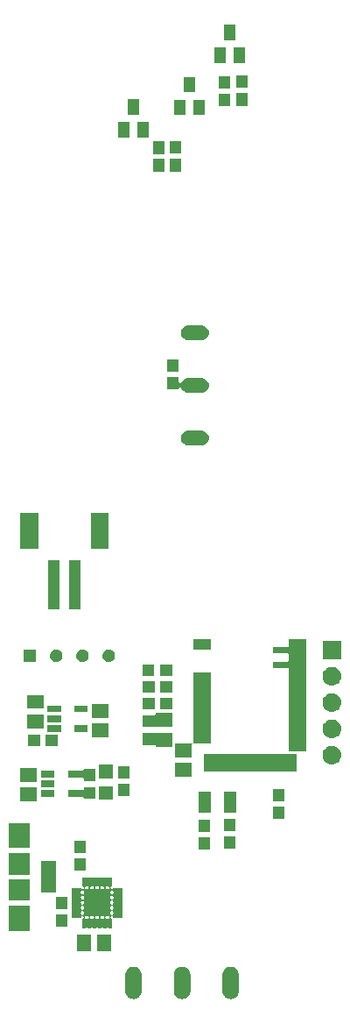
<source format=gbr>
G04 #@! TF.GenerationSoftware,KiCad,Pcbnew,(6.0.0-rc1-dev-1027-g90233e5ec)*
G04 #@! TF.CreationDate,2018-11-05T19:06:39+01:00*
G04 #@! TF.ProjectId,eBoard_remote_control,65426F6172645F72656D6F74655F636F,rev?*
G04 #@! TF.SameCoordinates,Original*
G04 #@! TF.FileFunction,Soldermask,Top*
G04 #@! TF.FilePolarity,Negative*
%FSLAX46Y46*%
G04 Gerber Fmt 4.6, Leading zero omitted, Abs format (unit mm)*
G04 Created by KiCad (PCBNEW (6.0.0-rc1-dev-1027-g90233e5ec)) date 11/05/18 19:06:39*
%MOMM*%
%LPD*%
G01*
G04 APERTURE LIST*
%ADD10C,0.100000*%
G04 APERTURE END LIST*
D10*
G36*
X199574168Y-149862245D02*
X199725874Y-149908264D01*
X199865686Y-149982996D01*
X199988233Y-150083567D01*
X200088804Y-150206114D01*
X200163536Y-150345926D01*
X200209555Y-150497632D01*
X200221200Y-150615864D01*
X200221200Y-152202936D01*
X200209555Y-152321168D01*
X200163536Y-152472874D01*
X200088804Y-152612686D01*
X199988233Y-152735233D01*
X199865685Y-152835804D01*
X199725873Y-152910536D01*
X199574167Y-152956555D01*
X199416400Y-152972094D01*
X199258632Y-152956555D01*
X199106926Y-152910536D01*
X198967114Y-152835804D01*
X198844567Y-152735233D01*
X198743996Y-152612685D01*
X198669264Y-152472873D01*
X198623245Y-152321167D01*
X198611600Y-152202935D01*
X198611601Y-150615864D01*
X198623246Y-150497632D01*
X198669265Y-150345926D01*
X198743997Y-150206114D01*
X198844568Y-150083567D01*
X198967115Y-149982996D01*
X199106927Y-149908264D01*
X199258633Y-149862245D01*
X199416400Y-149846706D01*
X199574168Y-149862245D01*
X199574168Y-149862245D01*
G37*
G36*
X194874168Y-149862245D02*
X195025874Y-149908264D01*
X195165686Y-149982996D01*
X195288233Y-150083567D01*
X195388804Y-150206114D01*
X195463536Y-150345926D01*
X195509555Y-150497632D01*
X195521200Y-150615864D01*
X195521200Y-152202936D01*
X195509555Y-152321168D01*
X195463536Y-152472874D01*
X195388804Y-152612686D01*
X195288233Y-152735233D01*
X195165685Y-152835804D01*
X195025873Y-152910536D01*
X194874167Y-152956555D01*
X194716400Y-152972094D01*
X194558632Y-152956555D01*
X194406926Y-152910536D01*
X194267114Y-152835804D01*
X194144567Y-152735233D01*
X194043996Y-152612685D01*
X193969264Y-152472873D01*
X193923245Y-152321167D01*
X193911600Y-152202935D01*
X193911601Y-150615864D01*
X193923246Y-150497632D01*
X193969265Y-150345926D01*
X194043997Y-150206114D01*
X194144568Y-150083567D01*
X194267115Y-149982996D01*
X194406927Y-149908264D01*
X194558633Y-149862245D01*
X194716400Y-149846706D01*
X194874168Y-149862245D01*
X194874168Y-149862245D01*
G37*
G36*
X190174168Y-149862245D02*
X190325874Y-149908264D01*
X190465686Y-149982996D01*
X190588233Y-150083567D01*
X190688804Y-150206114D01*
X190763536Y-150345926D01*
X190809555Y-150497632D01*
X190821200Y-150615864D01*
X190821200Y-152202936D01*
X190809555Y-152321168D01*
X190763536Y-152472874D01*
X190688804Y-152612686D01*
X190588233Y-152735233D01*
X190465685Y-152835804D01*
X190325873Y-152910536D01*
X190174167Y-152956555D01*
X190016400Y-152972094D01*
X189858632Y-152956555D01*
X189706926Y-152910536D01*
X189567114Y-152835804D01*
X189444567Y-152735233D01*
X189343996Y-152612685D01*
X189269264Y-152472873D01*
X189223245Y-152321167D01*
X189211600Y-152202935D01*
X189211601Y-150615864D01*
X189223246Y-150497632D01*
X189269265Y-150345926D01*
X189343997Y-150206114D01*
X189444568Y-150083567D01*
X189567115Y-149982996D01*
X189706927Y-149908264D01*
X189858633Y-149862245D01*
X190016400Y-149846706D01*
X190174168Y-149862245D01*
X190174168Y-149862245D01*
G37*
G36*
X185919663Y-148349618D02*
X184578063Y-148349618D01*
X184578063Y-146748018D01*
X185919663Y-146748018D01*
X185919663Y-148349618D01*
X185919663Y-148349618D01*
G37*
G36*
X187819663Y-148349618D02*
X186478063Y-148349618D01*
X186478063Y-146748018D01*
X187819663Y-146748018D01*
X187819663Y-148349618D01*
X187819663Y-148349618D01*
G37*
G36*
X179960663Y-146368818D02*
X177959063Y-146368818D01*
X177959063Y-143967218D01*
X179960663Y-143967218D01*
X179960663Y-146368818D01*
X179960663Y-146368818D01*
G37*
G36*
X185417864Y-141213043D02*
X185423920Y-141214880D01*
X185435369Y-141221000D01*
X185444730Y-141227256D01*
X185467369Y-141236635D01*
X185491402Y-141241417D01*
X185515906Y-141241419D01*
X185539940Y-141236640D01*
X185562580Y-141227264D01*
X185571947Y-141221006D01*
X185583406Y-141214880D01*
X185589462Y-141213043D01*
X185601903Y-141211818D01*
X185905423Y-141211818D01*
X185917864Y-141213043D01*
X185923920Y-141214880D01*
X185935369Y-141221000D01*
X185944730Y-141227256D01*
X185967369Y-141236635D01*
X185991402Y-141241417D01*
X186015906Y-141241419D01*
X186039940Y-141236640D01*
X186062580Y-141227264D01*
X186071947Y-141221006D01*
X186083406Y-141214880D01*
X186089462Y-141213043D01*
X186101903Y-141211818D01*
X186405423Y-141211818D01*
X186417864Y-141213043D01*
X186423920Y-141214880D01*
X186435369Y-141221000D01*
X186444730Y-141227256D01*
X186467369Y-141236635D01*
X186491402Y-141241417D01*
X186515906Y-141241419D01*
X186539940Y-141236640D01*
X186562580Y-141227264D01*
X186571947Y-141221006D01*
X186583406Y-141214880D01*
X186589462Y-141213043D01*
X186601903Y-141211818D01*
X186905423Y-141211818D01*
X186917864Y-141213043D01*
X186923920Y-141214880D01*
X186935369Y-141221000D01*
X186944730Y-141227256D01*
X186967369Y-141236635D01*
X186991402Y-141241417D01*
X187015906Y-141241419D01*
X187039940Y-141236640D01*
X187062580Y-141227264D01*
X187071947Y-141221006D01*
X187083406Y-141214880D01*
X187089462Y-141213043D01*
X187101903Y-141211818D01*
X187405423Y-141211818D01*
X187417864Y-141213043D01*
X187423920Y-141214880D01*
X187435369Y-141221000D01*
X187444730Y-141227256D01*
X187467369Y-141236635D01*
X187491402Y-141241417D01*
X187515906Y-141241419D01*
X187539940Y-141236640D01*
X187562580Y-141227264D01*
X187571947Y-141221006D01*
X187583406Y-141214880D01*
X187589462Y-141213043D01*
X187601903Y-141211818D01*
X187905423Y-141211818D01*
X187917864Y-141213043D01*
X187923920Y-141214880D01*
X187929506Y-141217866D01*
X187934399Y-141221882D01*
X187938415Y-141226775D01*
X187941401Y-141232361D01*
X187943238Y-141238417D01*
X187944463Y-141250858D01*
X187944463Y-142074377D01*
X187943284Y-142086346D01*
X187943284Y-142110850D01*
X187943629Y-142112582D01*
X187941908Y-142112240D01*
X187917380Y-142112240D01*
X187915544Y-142112421D01*
X187891511Y-142117204D01*
X187868873Y-142126583D01*
X187848500Y-142140199D01*
X187831174Y-142157528D01*
X187817562Y-142177904D01*
X187808187Y-142200543D01*
X187803409Y-142224577D01*
X187803411Y-142249082D01*
X187808194Y-142273115D01*
X187817573Y-142295753D01*
X187824830Y-142306612D01*
X187825529Y-142307919D01*
X187826471Y-142309067D01*
X187831189Y-142316126D01*
X187837184Y-142322120D01*
X187841075Y-142326861D01*
X187845825Y-142330759D01*
X187848518Y-142333452D01*
X187851678Y-142335563D01*
X187860017Y-142342407D01*
X187881628Y-142353958D01*
X187905077Y-142361071D01*
X187929463Y-142363473D01*
X187953849Y-142361071D01*
X187977298Y-142353958D01*
X187998909Y-142342407D01*
X188017851Y-142326861D01*
X188033397Y-142307919D01*
X188044948Y-142286308D01*
X188053860Y-142250737D01*
X188054041Y-142248901D01*
X188054043Y-142224396D01*
X188053696Y-142222652D01*
X188055429Y-142222997D01*
X188079935Y-142222997D01*
X188091904Y-142221818D01*
X188915423Y-142221818D01*
X188927864Y-142223043D01*
X188933920Y-142224880D01*
X188939506Y-142227866D01*
X188944399Y-142231882D01*
X188948415Y-142236775D01*
X188951401Y-142242361D01*
X188953238Y-142248417D01*
X188954463Y-142260858D01*
X188954463Y-142564378D01*
X188953238Y-142576819D01*
X188951401Y-142582875D01*
X188945281Y-142594324D01*
X188939025Y-142603685D01*
X188929646Y-142626324D01*
X188924864Y-142650357D01*
X188924862Y-142674861D01*
X188929641Y-142698895D01*
X188939017Y-142721535D01*
X188945275Y-142730902D01*
X188951401Y-142742361D01*
X188953238Y-142748417D01*
X188954463Y-142760858D01*
X188954463Y-143064378D01*
X188953238Y-143076819D01*
X188951401Y-143082875D01*
X188945281Y-143094324D01*
X188939025Y-143103685D01*
X188929646Y-143126324D01*
X188924864Y-143150357D01*
X188924862Y-143174861D01*
X188929641Y-143198895D01*
X188939017Y-143221535D01*
X188945275Y-143230902D01*
X188951401Y-143242361D01*
X188953238Y-143248417D01*
X188954463Y-143260858D01*
X188954463Y-143564378D01*
X188953238Y-143576819D01*
X188951401Y-143582875D01*
X188945281Y-143594324D01*
X188939025Y-143603685D01*
X188929646Y-143626324D01*
X188924864Y-143650357D01*
X188924862Y-143674861D01*
X188929641Y-143698895D01*
X188939017Y-143721535D01*
X188945275Y-143730902D01*
X188951401Y-143742361D01*
X188953238Y-143748417D01*
X188954463Y-143760858D01*
X188954463Y-144064378D01*
X188953238Y-144076819D01*
X188951401Y-144082875D01*
X188945281Y-144094324D01*
X188939025Y-144103685D01*
X188929646Y-144126324D01*
X188924864Y-144150357D01*
X188924862Y-144174861D01*
X188929641Y-144198895D01*
X188939017Y-144221535D01*
X188945275Y-144230902D01*
X188951401Y-144242361D01*
X188953238Y-144248417D01*
X188954463Y-144260858D01*
X188954463Y-144564378D01*
X188953238Y-144576819D01*
X188951401Y-144582875D01*
X188945281Y-144594324D01*
X188939025Y-144603685D01*
X188929646Y-144626324D01*
X188924864Y-144650357D01*
X188924862Y-144674861D01*
X188929641Y-144698895D01*
X188939017Y-144721535D01*
X188945275Y-144730902D01*
X188951401Y-144742361D01*
X188953238Y-144748417D01*
X188954463Y-144760858D01*
X188954463Y-145064378D01*
X188953238Y-145076819D01*
X188951401Y-145082875D01*
X188948415Y-145088461D01*
X188944399Y-145093354D01*
X188939506Y-145097370D01*
X188933920Y-145100356D01*
X188927864Y-145102193D01*
X188915423Y-145103418D01*
X188091904Y-145103418D01*
X188079935Y-145102239D01*
X188055431Y-145102239D01*
X188053699Y-145102584D01*
X188054041Y-145100863D01*
X188054041Y-145076335D01*
X188053860Y-145074499D01*
X188049077Y-145050466D01*
X188039698Y-145027828D01*
X188026082Y-145007455D01*
X188008753Y-144990129D01*
X187988377Y-144976517D01*
X187965738Y-144967142D01*
X187941704Y-144962364D01*
X187917199Y-144962366D01*
X187893166Y-144967149D01*
X187870528Y-144976528D01*
X187859669Y-144983785D01*
X187858362Y-144984484D01*
X187857214Y-144985426D01*
X187850155Y-144990144D01*
X187844161Y-144996139D01*
X187839420Y-145000030D01*
X187835522Y-145004780D01*
X187832829Y-145007473D01*
X187830718Y-145010633D01*
X187823874Y-145018972D01*
X187812323Y-145040583D01*
X187805210Y-145064032D01*
X187802808Y-145088418D01*
X187805210Y-145112804D01*
X187812323Y-145136253D01*
X187823874Y-145157864D01*
X187839420Y-145176806D01*
X187858362Y-145192352D01*
X187879973Y-145203903D01*
X187915544Y-145212815D01*
X187917380Y-145212996D01*
X187941885Y-145212998D01*
X187943629Y-145212651D01*
X187943284Y-145214384D01*
X187943284Y-145238890D01*
X187944463Y-145250859D01*
X187944463Y-146074378D01*
X187943238Y-146086819D01*
X187941401Y-146092875D01*
X187938415Y-146098461D01*
X187934399Y-146103354D01*
X187929506Y-146107370D01*
X187923920Y-146110356D01*
X187917864Y-146112193D01*
X187905423Y-146113418D01*
X187601903Y-146113418D01*
X187589462Y-146112193D01*
X187583406Y-146110356D01*
X187571957Y-146104236D01*
X187562596Y-146097980D01*
X187539957Y-146088601D01*
X187515924Y-146083819D01*
X187491420Y-146083817D01*
X187467386Y-146088596D01*
X187444746Y-146097972D01*
X187435379Y-146104230D01*
X187423920Y-146110356D01*
X187417864Y-146112193D01*
X187405423Y-146113418D01*
X187101903Y-146113418D01*
X187089462Y-146112193D01*
X187083406Y-146110356D01*
X187071957Y-146104236D01*
X187062596Y-146097980D01*
X187039957Y-146088601D01*
X187015924Y-146083819D01*
X186991420Y-146083817D01*
X186967386Y-146088596D01*
X186944746Y-146097972D01*
X186935379Y-146104230D01*
X186923920Y-146110356D01*
X186917864Y-146112193D01*
X186905423Y-146113418D01*
X186601903Y-146113418D01*
X186589462Y-146112193D01*
X186583406Y-146110356D01*
X186571957Y-146104236D01*
X186562596Y-146097980D01*
X186539957Y-146088601D01*
X186515924Y-146083819D01*
X186491420Y-146083817D01*
X186467386Y-146088596D01*
X186444746Y-146097972D01*
X186435379Y-146104230D01*
X186423920Y-146110356D01*
X186417864Y-146112193D01*
X186405423Y-146113418D01*
X186101903Y-146113418D01*
X186089462Y-146112193D01*
X186083406Y-146110356D01*
X186071957Y-146104236D01*
X186062596Y-146097980D01*
X186039957Y-146088601D01*
X186015924Y-146083819D01*
X185991420Y-146083817D01*
X185967386Y-146088596D01*
X185944746Y-146097972D01*
X185935379Y-146104230D01*
X185923920Y-146110356D01*
X185917864Y-146112193D01*
X185905423Y-146113418D01*
X185601903Y-146113418D01*
X185589462Y-146112193D01*
X185583406Y-146110356D01*
X185571957Y-146104236D01*
X185562596Y-146097980D01*
X185539957Y-146088601D01*
X185515924Y-146083819D01*
X185491420Y-146083817D01*
X185467386Y-146088596D01*
X185444746Y-146097972D01*
X185435379Y-146104230D01*
X185423920Y-146110356D01*
X185417864Y-146112193D01*
X185405423Y-146113418D01*
X185101903Y-146113418D01*
X185089462Y-146112193D01*
X185083406Y-146110356D01*
X185077820Y-146107370D01*
X185072927Y-146103354D01*
X185068911Y-146098461D01*
X185065925Y-146092875D01*
X185064088Y-146086819D01*
X185062863Y-146074378D01*
X185062863Y-145250859D01*
X185064042Y-145238890D01*
X185064042Y-145214386D01*
X185063697Y-145212654D01*
X185065418Y-145212996D01*
X185089946Y-145212996D01*
X185091782Y-145212815D01*
X185115815Y-145208032D01*
X185138453Y-145198653D01*
X185158826Y-145185037D01*
X185176152Y-145167708D01*
X185189764Y-145147332D01*
X185199139Y-145124693D01*
X185203917Y-145100659D01*
X185203917Y-145088418D01*
X185302808Y-145088418D01*
X185305210Y-145112804D01*
X185312323Y-145136253D01*
X185323874Y-145157864D01*
X185339420Y-145176806D01*
X185358362Y-145192352D01*
X185379973Y-145203903D01*
X185403422Y-145211016D01*
X185415556Y-145212816D01*
X185417864Y-145213043D01*
X185423920Y-145214880D01*
X185435369Y-145221000D01*
X185444730Y-145227256D01*
X185467369Y-145236635D01*
X185491402Y-145241417D01*
X185515906Y-145241419D01*
X185539940Y-145236640D01*
X185562580Y-145227264D01*
X185571947Y-145221006D01*
X185583406Y-145214880D01*
X185589462Y-145213043D01*
X185591770Y-145212816D01*
X185615803Y-145208036D01*
X185638442Y-145198658D01*
X185658817Y-145185044D01*
X185676144Y-145167717D01*
X185689758Y-145147343D01*
X185699135Y-145124704D01*
X185703916Y-145100670D01*
X185703916Y-145088418D01*
X185802808Y-145088418D01*
X185805210Y-145112804D01*
X185812323Y-145136253D01*
X185823874Y-145157864D01*
X185839420Y-145176806D01*
X185858362Y-145192352D01*
X185879973Y-145203903D01*
X185903422Y-145211016D01*
X185915556Y-145212816D01*
X185917864Y-145213043D01*
X185923920Y-145214880D01*
X185935369Y-145221000D01*
X185944730Y-145227256D01*
X185967369Y-145236635D01*
X185991402Y-145241417D01*
X186015906Y-145241419D01*
X186039940Y-145236640D01*
X186062580Y-145227264D01*
X186071947Y-145221006D01*
X186083406Y-145214880D01*
X186089462Y-145213043D01*
X186091770Y-145212816D01*
X186115803Y-145208036D01*
X186138442Y-145198658D01*
X186158817Y-145185044D01*
X186176144Y-145167717D01*
X186189758Y-145147343D01*
X186199135Y-145124704D01*
X186203916Y-145100670D01*
X186203916Y-145088418D01*
X186302808Y-145088418D01*
X186305210Y-145112804D01*
X186312323Y-145136253D01*
X186323874Y-145157864D01*
X186339420Y-145176806D01*
X186358362Y-145192352D01*
X186379973Y-145203903D01*
X186403422Y-145211016D01*
X186415556Y-145212816D01*
X186417864Y-145213043D01*
X186423920Y-145214880D01*
X186435369Y-145221000D01*
X186444730Y-145227256D01*
X186467369Y-145236635D01*
X186491402Y-145241417D01*
X186515906Y-145241419D01*
X186539940Y-145236640D01*
X186562580Y-145227264D01*
X186571947Y-145221006D01*
X186583406Y-145214880D01*
X186589462Y-145213043D01*
X186591770Y-145212816D01*
X186615803Y-145208036D01*
X186638442Y-145198658D01*
X186658817Y-145185044D01*
X186676144Y-145167717D01*
X186689758Y-145147343D01*
X186699135Y-145124704D01*
X186703916Y-145100670D01*
X186703916Y-145088418D01*
X186802808Y-145088418D01*
X186805210Y-145112804D01*
X186812323Y-145136253D01*
X186823874Y-145157864D01*
X186839420Y-145176806D01*
X186858362Y-145192352D01*
X186879973Y-145203903D01*
X186903422Y-145211016D01*
X186915556Y-145212816D01*
X186917864Y-145213043D01*
X186923920Y-145214880D01*
X186935369Y-145221000D01*
X186944730Y-145227256D01*
X186967369Y-145236635D01*
X186991402Y-145241417D01*
X187015906Y-145241419D01*
X187039940Y-145236640D01*
X187062580Y-145227264D01*
X187071947Y-145221006D01*
X187083406Y-145214880D01*
X187089462Y-145213043D01*
X187091770Y-145212816D01*
X187115803Y-145208036D01*
X187138442Y-145198658D01*
X187158817Y-145185044D01*
X187176144Y-145167717D01*
X187189758Y-145147343D01*
X187199135Y-145124704D01*
X187203916Y-145100670D01*
X187203916Y-145088418D01*
X187302808Y-145088418D01*
X187305210Y-145112804D01*
X187312323Y-145136253D01*
X187323874Y-145157864D01*
X187339420Y-145176806D01*
X187358362Y-145192352D01*
X187379973Y-145203903D01*
X187403422Y-145211016D01*
X187415556Y-145212816D01*
X187417864Y-145213043D01*
X187423920Y-145214880D01*
X187435369Y-145221000D01*
X187444730Y-145227256D01*
X187467369Y-145236635D01*
X187491402Y-145241417D01*
X187515906Y-145241419D01*
X187539940Y-145236640D01*
X187562580Y-145227264D01*
X187571947Y-145221006D01*
X187583406Y-145214880D01*
X187589462Y-145213043D01*
X187591770Y-145212816D01*
X187615803Y-145208036D01*
X187638442Y-145198658D01*
X187658817Y-145185044D01*
X187676144Y-145167717D01*
X187689758Y-145147343D01*
X187699135Y-145124704D01*
X187703916Y-145100670D01*
X187703916Y-145076166D01*
X187699136Y-145052133D01*
X187689758Y-145029494D01*
X187676144Y-145009119D01*
X187658817Y-144991792D01*
X187638443Y-144978178D01*
X187615804Y-144968801D01*
X187591770Y-144964020D01*
X187579518Y-144963418D01*
X187427808Y-144963418D01*
X187403422Y-144965820D01*
X187379973Y-144972933D01*
X187358362Y-144984484D01*
X187339420Y-145000030D01*
X187323874Y-145018972D01*
X187312323Y-145040583D01*
X187305210Y-145064032D01*
X187302808Y-145088418D01*
X187203916Y-145088418D01*
X187203916Y-145076166D01*
X187199136Y-145052133D01*
X187189758Y-145029494D01*
X187176144Y-145009119D01*
X187158817Y-144991792D01*
X187138443Y-144978178D01*
X187115804Y-144968801D01*
X187091770Y-144964020D01*
X187079518Y-144963418D01*
X186927808Y-144963418D01*
X186903422Y-144965820D01*
X186879973Y-144972933D01*
X186858362Y-144984484D01*
X186839420Y-145000030D01*
X186823874Y-145018972D01*
X186812323Y-145040583D01*
X186805210Y-145064032D01*
X186802808Y-145088418D01*
X186703916Y-145088418D01*
X186703916Y-145076166D01*
X186699136Y-145052133D01*
X186689758Y-145029494D01*
X186676144Y-145009119D01*
X186658817Y-144991792D01*
X186638443Y-144978178D01*
X186615804Y-144968801D01*
X186591770Y-144964020D01*
X186579518Y-144963418D01*
X186427808Y-144963418D01*
X186403422Y-144965820D01*
X186379973Y-144972933D01*
X186358362Y-144984484D01*
X186339420Y-145000030D01*
X186323874Y-145018972D01*
X186312323Y-145040583D01*
X186305210Y-145064032D01*
X186302808Y-145088418D01*
X186203916Y-145088418D01*
X186203916Y-145076166D01*
X186199136Y-145052133D01*
X186189758Y-145029494D01*
X186176144Y-145009119D01*
X186158817Y-144991792D01*
X186138443Y-144978178D01*
X186115804Y-144968801D01*
X186091770Y-144964020D01*
X186079518Y-144963418D01*
X185927808Y-144963418D01*
X185903422Y-144965820D01*
X185879973Y-144972933D01*
X185858362Y-144984484D01*
X185839420Y-145000030D01*
X185823874Y-145018972D01*
X185812323Y-145040583D01*
X185805210Y-145064032D01*
X185802808Y-145088418D01*
X185703916Y-145088418D01*
X185703916Y-145076166D01*
X185699136Y-145052133D01*
X185689758Y-145029494D01*
X185676144Y-145009119D01*
X185658817Y-144991792D01*
X185638443Y-144978178D01*
X185615804Y-144968801D01*
X185591770Y-144964020D01*
X185579518Y-144963418D01*
X185427808Y-144963418D01*
X185403422Y-144965820D01*
X185379973Y-144972933D01*
X185358362Y-144984484D01*
X185339420Y-145000030D01*
X185323874Y-145018972D01*
X185312323Y-145040583D01*
X185305210Y-145064032D01*
X185302808Y-145088418D01*
X185203917Y-145088418D01*
X185203915Y-145076154D01*
X185199132Y-145052121D01*
X185189753Y-145029483D01*
X185182496Y-145018624D01*
X185181797Y-145017317D01*
X185180855Y-145016169D01*
X185176137Y-145009110D01*
X185170142Y-145003116D01*
X185166251Y-144998375D01*
X185161501Y-144994477D01*
X185158808Y-144991784D01*
X185155648Y-144989673D01*
X185147309Y-144982829D01*
X185125698Y-144971278D01*
X185102249Y-144964165D01*
X185077863Y-144961763D01*
X185053477Y-144964165D01*
X185030028Y-144971278D01*
X185008417Y-144982829D01*
X184989475Y-144998375D01*
X184973929Y-145017317D01*
X184962378Y-145038928D01*
X184953466Y-145074499D01*
X184953285Y-145076335D01*
X184953283Y-145100840D01*
X184953630Y-145102584D01*
X184951897Y-145102239D01*
X184927391Y-145102239D01*
X184915422Y-145103418D01*
X184091903Y-145103418D01*
X184079462Y-145102193D01*
X184073406Y-145100356D01*
X184067820Y-145097370D01*
X184062927Y-145093354D01*
X184058911Y-145088461D01*
X184055925Y-145082875D01*
X184054088Y-145076819D01*
X184052863Y-145064378D01*
X184052863Y-144760858D01*
X184054088Y-144748417D01*
X184055925Y-144742361D01*
X184062045Y-144730912D01*
X184068301Y-144721551D01*
X184077680Y-144698912D01*
X184082462Y-144674879D01*
X184082462Y-144674861D01*
X184924862Y-144674861D01*
X184929641Y-144698895D01*
X184939017Y-144721535D01*
X184945275Y-144730902D01*
X184951401Y-144742361D01*
X184953238Y-144748417D01*
X184953465Y-144750725D01*
X184958245Y-144774758D01*
X184967623Y-144797397D01*
X184981237Y-144817772D01*
X184998564Y-144835099D01*
X185018938Y-144848713D01*
X185041577Y-144858090D01*
X185065611Y-144862871D01*
X185090115Y-144862871D01*
X185114148Y-144858091D01*
X185136787Y-144848713D01*
X185157162Y-144835099D01*
X185174489Y-144817772D01*
X185188103Y-144797398D01*
X185197480Y-144774759D01*
X185202261Y-144750725D01*
X185202863Y-144738473D01*
X185202863Y-144586763D01*
X187804463Y-144586763D01*
X187804463Y-144738473D01*
X187806865Y-144762859D01*
X187813978Y-144786308D01*
X187825529Y-144807919D01*
X187841075Y-144826861D01*
X187860017Y-144842407D01*
X187881628Y-144853958D01*
X187905077Y-144861071D01*
X187929463Y-144863473D01*
X187953849Y-144861071D01*
X187977298Y-144853958D01*
X187998909Y-144842407D01*
X188017851Y-144826861D01*
X188033397Y-144807919D01*
X188044948Y-144786308D01*
X188052061Y-144762859D01*
X188053861Y-144750725D01*
X188054088Y-144748417D01*
X188055925Y-144742361D01*
X188062045Y-144730912D01*
X188068301Y-144721551D01*
X188077680Y-144698912D01*
X188082462Y-144674879D01*
X188082464Y-144650375D01*
X188077685Y-144626341D01*
X188068309Y-144603701D01*
X188062051Y-144594334D01*
X188055925Y-144582875D01*
X188054088Y-144576819D01*
X188053861Y-144574511D01*
X188049081Y-144550478D01*
X188039703Y-144527839D01*
X188026089Y-144507464D01*
X188008762Y-144490137D01*
X187988388Y-144476523D01*
X187965749Y-144467146D01*
X187941715Y-144462365D01*
X187917211Y-144462365D01*
X187893178Y-144467145D01*
X187870539Y-144476523D01*
X187850164Y-144490137D01*
X187832837Y-144507464D01*
X187819223Y-144527838D01*
X187809846Y-144550477D01*
X187805065Y-144574511D01*
X187804463Y-144586763D01*
X185202863Y-144586763D01*
X185200461Y-144562377D01*
X185193348Y-144538928D01*
X185181797Y-144517317D01*
X185166251Y-144498375D01*
X185147309Y-144482829D01*
X185125698Y-144471278D01*
X185102249Y-144464165D01*
X185077863Y-144461763D01*
X185053477Y-144464165D01*
X185030028Y-144471278D01*
X185008417Y-144482829D01*
X184989475Y-144498375D01*
X184973929Y-144517317D01*
X184962378Y-144538928D01*
X184955265Y-144562377D01*
X184953465Y-144574511D01*
X184953238Y-144576819D01*
X184951401Y-144582875D01*
X184945281Y-144594324D01*
X184939025Y-144603685D01*
X184929646Y-144626324D01*
X184924864Y-144650357D01*
X184924862Y-144674861D01*
X184082462Y-144674861D01*
X184082464Y-144650375D01*
X184077685Y-144626341D01*
X184068309Y-144603701D01*
X184062051Y-144594334D01*
X184055925Y-144582875D01*
X184054088Y-144576819D01*
X184052863Y-144564378D01*
X184052863Y-144260858D01*
X184054088Y-144248417D01*
X184055925Y-144242361D01*
X184062045Y-144230912D01*
X184068301Y-144221551D01*
X184077680Y-144198912D01*
X184082462Y-144174879D01*
X184082462Y-144174861D01*
X184924862Y-144174861D01*
X184929641Y-144198895D01*
X184939017Y-144221535D01*
X184945275Y-144230902D01*
X184951401Y-144242361D01*
X184953238Y-144248417D01*
X184953465Y-144250725D01*
X184958245Y-144274758D01*
X184967623Y-144297397D01*
X184981237Y-144317772D01*
X184998564Y-144335099D01*
X185018938Y-144348713D01*
X185041577Y-144358090D01*
X185065611Y-144362871D01*
X185090115Y-144362871D01*
X185114148Y-144358091D01*
X185136787Y-144348713D01*
X185157162Y-144335099D01*
X185174489Y-144317772D01*
X185188103Y-144297398D01*
X185197480Y-144274759D01*
X185202261Y-144250725D01*
X185202863Y-144238473D01*
X185202863Y-144086763D01*
X187804463Y-144086763D01*
X187804463Y-144238473D01*
X187806865Y-144262859D01*
X187813978Y-144286308D01*
X187825529Y-144307919D01*
X187841075Y-144326861D01*
X187860017Y-144342407D01*
X187881628Y-144353958D01*
X187905077Y-144361071D01*
X187929463Y-144363473D01*
X187953849Y-144361071D01*
X187977298Y-144353958D01*
X187998909Y-144342407D01*
X188017851Y-144326861D01*
X188033397Y-144307919D01*
X188044948Y-144286308D01*
X188052061Y-144262859D01*
X188053861Y-144250725D01*
X188054088Y-144248417D01*
X188055925Y-144242361D01*
X188062045Y-144230912D01*
X188068301Y-144221551D01*
X188077680Y-144198912D01*
X188082462Y-144174879D01*
X188082464Y-144150375D01*
X188077685Y-144126341D01*
X188068309Y-144103701D01*
X188062051Y-144094334D01*
X188055925Y-144082875D01*
X188054088Y-144076819D01*
X188053861Y-144074511D01*
X188049081Y-144050478D01*
X188039703Y-144027839D01*
X188026089Y-144007464D01*
X188008762Y-143990137D01*
X187988388Y-143976523D01*
X187965749Y-143967146D01*
X187941715Y-143962365D01*
X187917211Y-143962365D01*
X187893178Y-143967145D01*
X187870539Y-143976523D01*
X187850164Y-143990137D01*
X187832837Y-144007464D01*
X187819223Y-144027838D01*
X187809846Y-144050477D01*
X187805065Y-144074511D01*
X187804463Y-144086763D01*
X185202863Y-144086763D01*
X185200461Y-144062377D01*
X185193348Y-144038928D01*
X185181797Y-144017317D01*
X185166251Y-143998375D01*
X185147309Y-143982829D01*
X185125698Y-143971278D01*
X185102249Y-143964165D01*
X185077863Y-143961763D01*
X185053477Y-143964165D01*
X185030028Y-143971278D01*
X185008417Y-143982829D01*
X184989475Y-143998375D01*
X184973929Y-144017317D01*
X184962378Y-144038928D01*
X184955265Y-144062377D01*
X184953465Y-144074511D01*
X184953238Y-144076819D01*
X184951401Y-144082875D01*
X184945281Y-144094324D01*
X184939025Y-144103685D01*
X184929646Y-144126324D01*
X184924864Y-144150357D01*
X184924862Y-144174861D01*
X184082462Y-144174861D01*
X184082464Y-144150375D01*
X184077685Y-144126341D01*
X184068309Y-144103701D01*
X184062051Y-144094334D01*
X184055925Y-144082875D01*
X184054088Y-144076819D01*
X184052863Y-144064378D01*
X184052863Y-143760858D01*
X184054088Y-143748417D01*
X184055925Y-143742361D01*
X184062045Y-143730912D01*
X184068301Y-143721551D01*
X184077680Y-143698912D01*
X184082462Y-143674879D01*
X184082462Y-143674861D01*
X184924862Y-143674861D01*
X184929641Y-143698895D01*
X184939017Y-143721535D01*
X184945275Y-143730902D01*
X184951401Y-143742361D01*
X184953238Y-143748417D01*
X184953465Y-143750725D01*
X184958245Y-143774758D01*
X184967623Y-143797397D01*
X184981237Y-143817772D01*
X184998564Y-143835099D01*
X185018938Y-143848713D01*
X185041577Y-143858090D01*
X185065611Y-143862871D01*
X185090115Y-143862871D01*
X185114148Y-143858091D01*
X185136787Y-143848713D01*
X185157162Y-143835099D01*
X185174489Y-143817772D01*
X185188103Y-143797398D01*
X185197480Y-143774759D01*
X185202261Y-143750725D01*
X185202863Y-143738473D01*
X185202863Y-143586763D01*
X187804463Y-143586763D01*
X187804463Y-143738473D01*
X187806865Y-143762859D01*
X187813978Y-143786308D01*
X187825529Y-143807919D01*
X187841075Y-143826861D01*
X187860017Y-143842407D01*
X187881628Y-143853958D01*
X187905077Y-143861071D01*
X187929463Y-143863473D01*
X187953849Y-143861071D01*
X187977298Y-143853958D01*
X187998909Y-143842407D01*
X188017851Y-143826861D01*
X188033397Y-143807919D01*
X188044948Y-143786308D01*
X188052061Y-143762859D01*
X188053861Y-143750725D01*
X188054088Y-143748417D01*
X188055925Y-143742361D01*
X188062045Y-143730912D01*
X188068301Y-143721551D01*
X188077680Y-143698912D01*
X188082462Y-143674879D01*
X188082464Y-143650375D01*
X188077685Y-143626341D01*
X188068309Y-143603701D01*
X188062051Y-143594334D01*
X188055925Y-143582875D01*
X188054088Y-143576819D01*
X188053861Y-143574511D01*
X188049081Y-143550478D01*
X188039703Y-143527839D01*
X188026089Y-143507464D01*
X188008762Y-143490137D01*
X187988388Y-143476523D01*
X187965749Y-143467146D01*
X187941715Y-143462365D01*
X187917211Y-143462365D01*
X187893178Y-143467145D01*
X187870539Y-143476523D01*
X187850164Y-143490137D01*
X187832837Y-143507464D01*
X187819223Y-143527838D01*
X187809846Y-143550477D01*
X187805065Y-143574511D01*
X187804463Y-143586763D01*
X185202863Y-143586763D01*
X185200461Y-143562377D01*
X185193348Y-143538928D01*
X185181797Y-143517317D01*
X185166251Y-143498375D01*
X185147309Y-143482829D01*
X185125698Y-143471278D01*
X185102249Y-143464165D01*
X185077863Y-143461763D01*
X185053477Y-143464165D01*
X185030028Y-143471278D01*
X185008417Y-143482829D01*
X184989475Y-143498375D01*
X184973929Y-143517317D01*
X184962378Y-143538928D01*
X184955265Y-143562377D01*
X184953465Y-143574511D01*
X184953238Y-143576819D01*
X184951401Y-143582875D01*
X184945281Y-143594324D01*
X184939025Y-143603685D01*
X184929646Y-143626324D01*
X184924864Y-143650357D01*
X184924862Y-143674861D01*
X184082462Y-143674861D01*
X184082464Y-143650375D01*
X184077685Y-143626341D01*
X184068309Y-143603701D01*
X184062051Y-143594334D01*
X184055925Y-143582875D01*
X184054088Y-143576819D01*
X184052863Y-143564378D01*
X184052863Y-143260858D01*
X184054088Y-143248417D01*
X184055925Y-143242361D01*
X184062045Y-143230912D01*
X184068301Y-143221551D01*
X184077680Y-143198912D01*
X184082462Y-143174879D01*
X184082462Y-143174861D01*
X184924862Y-143174861D01*
X184929641Y-143198895D01*
X184939017Y-143221535D01*
X184945275Y-143230902D01*
X184951401Y-143242361D01*
X184953238Y-143248417D01*
X184953465Y-143250725D01*
X184958245Y-143274758D01*
X184967623Y-143297397D01*
X184981237Y-143317772D01*
X184998564Y-143335099D01*
X185018938Y-143348713D01*
X185041577Y-143358090D01*
X185065611Y-143362871D01*
X185090115Y-143362871D01*
X185114148Y-143358091D01*
X185136787Y-143348713D01*
X185157162Y-143335099D01*
X185174489Y-143317772D01*
X185188103Y-143297398D01*
X185197480Y-143274759D01*
X185202261Y-143250725D01*
X185202863Y-143238473D01*
X185202863Y-143086763D01*
X187804463Y-143086763D01*
X187804463Y-143238473D01*
X187806865Y-143262859D01*
X187813978Y-143286308D01*
X187825529Y-143307919D01*
X187841075Y-143326861D01*
X187860017Y-143342407D01*
X187881628Y-143353958D01*
X187905077Y-143361071D01*
X187929463Y-143363473D01*
X187953849Y-143361071D01*
X187977298Y-143353958D01*
X187998909Y-143342407D01*
X188017851Y-143326861D01*
X188033397Y-143307919D01*
X188044948Y-143286308D01*
X188052061Y-143262859D01*
X188053861Y-143250725D01*
X188054088Y-143248417D01*
X188055925Y-143242361D01*
X188062045Y-143230912D01*
X188068301Y-143221551D01*
X188077680Y-143198912D01*
X188082462Y-143174879D01*
X188082464Y-143150375D01*
X188077685Y-143126341D01*
X188068309Y-143103701D01*
X188062051Y-143094334D01*
X188055925Y-143082875D01*
X188054088Y-143076819D01*
X188053861Y-143074511D01*
X188049081Y-143050478D01*
X188039703Y-143027839D01*
X188026089Y-143007464D01*
X188008762Y-142990137D01*
X187988388Y-142976523D01*
X187965749Y-142967146D01*
X187941715Y-142962365D01*
X187917211Y-142962365D01*
X187893178Y-142967145D01*
X187870539Y-142976523D01*
X187850164Y-142990137D01*
X187832837Y-143007464D01*
X187819223Y-143027838D01*
X187809846Y-143050477D01*
X187805065Y-143074511D01*
X187804463Y-143086763D01*
X185202863Y-143086763D01*
X185200461Y-143062377D01*
X185193348Y-143038928D01*
X185181797Y-143017317D01*
X185166251Y-142998375D01*
X185147309Y-142982829D01*
X185125698Y-142971278D01*
X185102249Y-142964165D01*
X185077863Y-142961763D01*
X185053477Y-142964165D01*
X185030028Y-142971278D01*
X185008417Y-142982829D01*
X184989475Y-142998375D01*
X184973929Y-143017317D01*
X184962378Y-143038928D01*
X184955265Y-143062377D01*
X184953465Y-143074511D01*
X184953238Y-143076819D01*
X184951401Y-143082875D01*
X184945281Y-143094324D01*
X184939025Y-143103685D01*
X184929646Y-143126324D01*
X184924864Y-143150357D01*
X184924862Y-143174861D01*
X184082462Y-143174861D01*
X184082464Y-143150375D01*
X184077685Y-143126341D01*
X184068309Y-143103701D01*
X184062051Y-143094334D01*
X184055925Y-143082875D01*
X184054088Y-143076819D01*
X184052863Y-143064378D01*
X184052863Y-142760858D01*
X184054088Y-142748417D01*
X184055925Y-142742361D01*
X184062045Y-142730912D01*
X184068301Y-142721551D01*
X184077680Y-142698912D01*
X184082462Y-142674879D01*
X184082462Y-142674861D01*
X184924862Y-142674861D01*
X184929641Y-142698895D01*
X184939017Y-142721535D01*
X184945275Y-142730902D01*
X184951401Y-142742361D01*
X184953238Y-142748417D01*
X184953465Y-142750725D01*
X184958245Y-142774758D01*
X184967623Y-142797397D01*
X184981237Y-142817772D01*
X184998564Y-142835099D01*
X185018938Y-142848713D01*
X185041577Y-142858090D01*
X185065611Y-142862871D01*
X185090115Y-142862871D01*
X185114148Y-142858091D01*
X185136787Y-142848713D01*
X185157162Y-142835099D01*
X185174489Y-142817772D01*
X185188103Y-142797398D01*
X185197480Y-142774759D01*
X185202261Y-142750725D01*
X185202863Y-142738473D01*
X185202863Y-142586763D01*
X187804463Y-142586763D01*
X187804463Y-142738473D01*
X187806865Y-142762859D01*
X187813978Y-142786308D01*
X187825529Y-142807919D01*
X187841075Y-142826861D01*
X187860017Y-142842407D01*
X187881628Y-142853958D01*
X187905077Y-142861071D01*
X187929463Y-142863473D01*
X187953849Y-142861071D01*
X187977298Y-142853958D01*
X187998909Y-142842407D01*
X188017851Y-142826861D01*
X188033397Y-142807919D01*
X188044948Y-142786308D01*
X188052061Y-142762859D01*
X188053861Y-142750725D01*
X188054088Y-142748417D01*
X188055925Y-142742361D01*
X188062045Y-142730912D01*
X188068301Y-142721551D01*
X188077680Y-142698912D01*
X188082462Y-142674879D01*
X188082464Y-142650375D01*
X188077685Y-142626341D01*
X188068309Y-142603701D01*
X188062051Y-142594334D01*
X188055925Y-142582875D01*
X188054088Y-142576819D01*
X188053861Y-142574511D01*
X188049081Y-142550478D01*
X188039703Y-142527839D01*
X188026089Y-142507464D01*
X188008762Y-142490137D01*
X187988388Y-142476523D01*
X187965749Y-142467146D01*
X187941715Y-142462365D01*
X187917211Y-142462365D01*
X187893178Y-142467145D01*
X187870539Y-142476523D01*
X187850164Y-142490137D01*
X187832837Y-142507464D01*
X187819223Y-142527838D01*
X187809846Y-142550477D01*
X187805065Y-142574511D01*
X187804463Y-142586763D01*
X185202863Y-142586763D01*
X185200461Y-142562377D01*
X185193348Y-142538928D01*
X185181797Y-142517317D01*
X185166251Y-142498375D01*
X185147309Y-142482829D01*
X185125698Y-142471278D01*
X185102249Y-142464165D01*
X185077863Y-142461763D01*
X185053477Y-142464165D01*
X185030028Y-142471278D01*
X185008417Y-142482829D01*
X184989475Y-142498375D01*
X184973929Y-142517317D01*
X184962378Y-142538928D01*
X184955265Y-142562377D01*
X184953465Y-142574511D01*
X184953238Y-142576819D01*
X184951401Y-142582875D01*
X184945281Y-142594324D01*
X184939025Y-142603685D01*
X184929646Y-142626324D01*
X184924864Y-142650357D01*
X184924862Y-142674861D01*
X184082462Y-142674861D01*
X184082464Y-142650375D01*
X184077685Y-142626341D01*
X184068309Y-142603701D01*
X184062051Y-142594334D01*
X184055925Y-142582875D01*
X184054088Y-142576819D01*
X184052863Y-142564378D01*
X184052863Y-142260858D01*
X184054088Y-142248417D01*
X184055925Y-142242361D01*
X184058911Y-142236775D01*
X184062927Y-142231882D01*
X184067820Y-142227866D01*
X184073406Y-142224880D01*
X184079462Y-142223043D01*
X184091903Y-142221818D01*
X184915422Y-142221818D01*
X184927391Y-142222997D01*
X184951895Y-142222997D01*
X184953627Y-142222652D01*
X184953285Y-142224373D01*
X184953285Y-142248901D01*
X184953466Y-142250737D01*
X184958249Y-142274770D01*
X184967628Y-142297408D01*
X184981244Y-142317781D01*
X184998573Y-142335107D01*
X185018949Y-142348719D01*
X185041588Y-142358094D01*
X185065622Y-142362872D01*
X185090127Y-142362870D01*
X185114160Y-142358087D01*
X185136798Y-142348708D01*
X185147657Y-142341451D01*
X185148964Y-142340752D01*
X185150112Y-142339810D01*
X185157171Y-142335092D01*
X185163165Y-142329097D01*
X185167906Y-142325206D01*
X185171804Y-142320456D01*
X185174497Y-142317763D01*
X185176608Y-142314603D01*
X185183452Y-142306264D01*
X185195003Y-142284653D01*
X185202116Y-142261204D01*
X185204518Y-142236818D01*
X185203312Y-142224566D01*
X185303410Y-142224566D01*
X185303410Y-142249070D01*
X185308190Y-142273103D01*
X185317568Y-142295742D01*
X185331182Y-142316117D01*
X185348509Y-142333444D01*
X185368883Y-142347058D01*
X185391522Y-142356435D01*
X185415556Y-142361216D01*
X185427808Y-142361818D01*
X185579518Y-142361818D01*
X185603904Y-142359416D01*
X185627353Y-142352303D01*
X185648964Y-142340752D01*
X185667906Y-142325206D01*
X185683452Y-142306264D01*
X185695003Y-142284653D01*
X185702116Y-142261204D01*
X185704518Y-142236818D01*
X185703312Y-142224566D01*
X185803410Y-142224566D01*
X185803410Y-142249070D01*
X185808190Y-142273103D01*
X185817568Y-142295742D01*
X185831182Y-142316117D01*
X185848509Y-142333444D01*
X185868883Y-142347058D01*
X185891522Y-142356435D01*
X185915556Y-142361216D01*
X185927808Y-142361818D01*
X186079518Y-142361818D01*
X186103904Y-142359416D01*
X186127353Y-142352303D01*
X186148964Y-142340752D01*
X186167906Y-142325206D01*
X186183452Y-142306264D01*
X186195003Y-142284653D01*
X186202116Y-142261204D01*
X186204518Y-142236818D01*
X186203312Y-142224566D01*
X186303410Y-142224566D01*
X186303410Y-142249070D01*
X186308190Y-142273103D01*
X186317568Y-142295742D01*
X186331182Y-142316117D01*
X186348509Y-142333444D01*
X186368883Y-142347058D01*
X186391522Y-142356435D01*
X186415556Y-142361216D01*
X186427808Y-142361818D01*
X186579518Y-142361818D01*
X186603904Y-142359416D01*
X186627353Y-142352303D01*
X186648964Y-142340752D01*
X186667906Y-142325206D01*
X186683452Y-142306264D01*
X186695003Y-142284653D01*
X186702116Y-142261204D01*
X186704518Y-142236818D01*
X186703312Y-142224566D01*
X186803410Y-142224566D01*
X186803410Y-142249070D01*
X186808190Y-142273103D01*
X186817568Y-142295742D01*
X186831182Y-142316117D01*
X186848509Y-142333444D01*
X186868883Y-142347058D01*
X186891522Y-142356435D01*
X186915556Y-142361216D01*
X186927808Y-142361818D01*
X187079518Y-142361818D01*
X187103904Y-142359416D01*
X187127353Y-142352303D01*
X187148964Y-142340752D01*
X187167906Y-142325206D01*
X187183452Y-142306264D01*
X187195003Y-142284653D01*
X187202116Y-142261204D01*
X187204518Y-142236818D01*
X187203312Y-142224566D01*
X187303410Y-142224566D01*
X187303410Y-142249070D01*
X187308190Y-142273103D01*
X187317568Y-142295742D01*
X187331182Y-142316117D01*
X187348509Y-142333444D01*
X187368883Y-142347058D01*
X187391522Y-142356435D01*
X187415556Y-142361216D01*
X187427808Y-142361818D01*
X187579518Y-142361818D01*
X187603904Y-142359416D01*
X187627353Y-142352303D01*
X187648964Y-142340752D01*
X187667906Y-142325206D01*
X187683452Y-142306264D01*
X187695003Y-142284653D01*
X187702116Y-142261204D01*
X187704518Y-142236818D01*
X187702116Y-142212432D01*
X187695003Y-142188983D01*
X187683452Y-142167372D01*
X187667906Y-142148430D01*
X187648964Y-142132884D01*
X187627353Y-142121333D01*
X187603904Y-142114220D01*
X187591770Y-142112420D01*
X187589462Y-142112193D01*
X187583406Y-142110356D01*
X187571957Y-142104236D01*
X187562596Y-142097980D01*
X187539957Y-142088601D01*
X187515924Y-142083819D01*
X187491420Y-142083817D01*
X187467386Y-142088596D01*
X187444746Y-142097972D01*
X187435379Y-142104230D01*
X187423920Y-142110356D01*
X187417864Y-142112193D01*
X187415556Y-142112420D01*
X187391523Y-142117200D01*
X187368884Y-142126578D01*
X187348509Y-142140192D01*
X187331182Y-142157519D01*
X187317568Y-142177893D01*
X187308191Y-142200532D01*
X187303410Y-142224566D01*
X187203312Y-142224566D01*
X187202116Y-142212432D01*
X187195003Y-142188983D01*
X187183452Y-142167372D01*
X187167906Y-142148430D01*
X187148964Y-142132884D01*
X187127353Y-142121333D01*
X187103904Y-142114220D01*
X187091770Y-142112420D01*
X187089462Y-142112193D01*
X187083406Y-142110356D01*
X187071957Y-142104236D01*
X187062596Y-142097980D01*
X187039957Y-142088601D01*
X187015924Y-142083819D01*
X186991420Y-142083817D01*
X186967386Y-142088596D01*
X186944746Y-142097972D01*
X186935379Y-142104230D01*
X186923920Y-142110356D01*
X186917864Y-142112193D01*
X186915556Y-142112420D01*
X186891523Y-142117200D01*
X186868884Y-142126578D01*
X186848509Y-142140192D01*
X186831182Y-142157519D01*
X186817568Y-142177893D01*
X186808191Y-142200532D01*
X186803410Y-142224566D01*
X186703312Y-142224566D01*
X186702116Y-142212432D01*
X186695003Y-142188983D01*
X186683452Y-142167372D01*
X186667906Y-142148430D01*
X186648964Y-142132884D01*
X186627353Y-142121333D01*
X186603904Y-142114220D01*
X186591770Y-142112420D01*
X186589462Y-142112193D01*
X186583406Y-142110356D01*
X186571957Y-142104236D01*
X186562596Y-142097980D01*
X186539957Y-142088601D01*
X186515924Y-142083819D01*
X186491420Y-142083817D01*
X186467386Y-142088596D01*
X186444746Y-142097972D01*
X186435379Y-142104230D01*
X186423920Y-142110356D01*
X186417864Y-142112193D01*
X186415556Y-142112420D01*
X186391523Y-142117200D01*
X186368884Y-142126578D01*
X186348509Y-142140192D01*
X186331182Y-142157519D01*
X186317568Y-142177893D01*
X186308191Y-142200532D01*
X186303410Y-142224566D01*
X186203312Y-142224566D01*
X186202116Y-142212432D01*
X186195003Y-142188983D01*
X186183452Y-142167372D01*
X186167906Y-142148430D01*
X186148964Y-142132884D01*
X186127353Y-142121333D01*
X186103904Y-142114220D01*
X186091770Y-142112420D01*
X186089462Y-142112193D01*
X186083406Y-142110356D01*
X186071957Y-142104236D01*
X186062596Y-142097980D01*
X186039957Y-142088601D01*
X186015924Y-142083819D01*
X185991420Y-142083817D01*
X185967386Y-142088596D01*
X185944746Y-142097972D01*
X185935379Y-142104230D01*
X185923920Y-142110356D01*
X185917864Y-142112193D01*
X185915556Y-142112420D01*
X185891523Y-142117200D01*
X185868884Y-142126578D01*
X185848509Y-142140192D01*
X185831182Y-142157519D01*
X185817568Y-142177893D01*
X185808191Y-142200532D01*
X185803410Y-142224566D01*
X185703312Y-142224566D01*
X185702116Y-142212432D01*
X185695003Y-142188983D01*
X185683452Y-142167372D01*
X185667906Y-142148430D01*
X185648964Y-142132884D01*
X185627353Y-142121333D01*
X185603904Y-142114220D01*
X185591770Y-142112420D01*
X185589462Y-142112193D01*
X185583406Y-142110356D01*
X185571957Y-142104236D01*
X185562596Y-142097980D01*
X185539957Y-142088601D01*
X185515924Y-142083819D01*
X185491420Y-142083817D01*
X185467386Y-142088596D01*
X185444746Y-142097972D01*
X185435379Y-142104230D01*
X185423920Y-142110356D01*
X185417864Y-142112193D01*
X185415556Y-142112420D01*
X185391523Y-142117200D01*
X185368884Y-142126578D01*
X185348509Y-142140192D01*
X185331182Y-142157519D01*
X185317568Y-142177893D01*
X185308191Y-142200532D01*
X185303410Y-142224566D01*
X185203312Y-142224566D01*
X185202116Y-142212432D01*
X185195003Y-142188983D01*
X185183452Y-142167372D01*
X185167906Y-142148430D01*
X185148964Y-142132884D01*
X185127353Y-142121333D01*
X185091782Y-142112421D01*
X185089946Y-142112240D01*
X185065441Y-142112238D01*
X185063697Y-142112585D01*
X185064042Y-142110852D01*
X185064042Y-142086346D01*
X185062863Y-142074377D01*
X185062863Y-141250858D01*
X185064088Y-141238417D01*
X185065925Y-141232361D01*
X185068911Y-141226775D01*
X185072927Y-141221882D01*
X185077820Y-141217866D01*
X185083406Y-141214880D01*
X185089462Y-141213043D01*
X185101903Y-141211818D01*
X185405423Y-141211818D01*
X185417864Y-141213043D01*
X185417864Y-141213043D01*
G37*
G36*
X183634000Y-145961560D02*
X182532400Y-145961560D01*
X182532400Y-144759960D01*
X183634000Y-144759960D01*
X183634000Y-145961560D01*
X183634000Y-145961560D01*
G37*
G36*
X183634000Y-144261560D02*
X182532400Y-144261560D01*
X182532400Y-143059960D01*
X183634000Y-143059960D01*
X183634000Y-144261560D01*
X183634000Y-144261560D01*
G37*
G36*
X179960663Y-143468818D02*
X177959063Y-143468818D01*
X177959063Y-141367218D01*
X179960663Y-141367218D01*
X179960663Y-143468818D01*
X179960663Y-143468818D01*
G37*
G36*
X182560663Y-142718818D02*
X181059063Y-142718818D01*
X181059063Y-139617218D01*
X182560663Y-139617218D01*
X182560663Y-142718818D01*
X182560663Y-142718818D01*
G37*
G36*
X179960663Y-140968818D02*
X177959063Y-140968818D01*
X177959063Y-138867218D01*
X179960663Y-138867218D01*
X179960663Y-140968818D01*
X179960663Y-140968818D01*
G37*
G36*
X185403463Y-140579718D02*
X184301863Y-140579718D01*
X184301863Y-139403118D01*
X185403463Y-139403118D01*
X185403463Y-140579718D01*
X185403463Y-140579718D01*
G37*
G36*
X185403463Y-138879718D02*
X184301863Y-138879718D01*
X184301863Y-137703118D01*
X185403463Y-137703118D01*
X185403463Y-138879718D01*
X185403463Y-138879718D01*
G37*
G36*
X197450737Y-138497976D02*
X196349137Y-138497976D01*
X196349137Y-137321376D01*
X197450737Y-137321376D01*
X197450737Y-138497976D01*
X197450737Y-138497976D01*
G37*
G36*
X199889137Y-138472576D02*
X198787537Y-138472576D01*
X198787537Y-137295976D01*
X199889137Y-137295976D01*
X199889137Y-138472576D01*
X199889137Y-138472576D01*
G37*
G36*
X179960663Y-138368818D02*
X177959063Y-138368818D01*
X177959063Y-135967218D01*
X179960663Y-135967218D01*
X179960663Y-138368818D01*
X179960663Y-138368818D01*
G37*
G36*
X197450737Y-136797976D02*
X196349137Y-136797976D01*
X196349137Y-135621376D01*
X197450737Y-135621376D01*
X197450737Y-136797976D01*
X197450737Y-136797976D01*
G37*
G36*
X199889137Y-136772576D02*
X198787537Y-136772576D01*
X198787537Y-135595976D01*
X199889137Y-135595976D01*
X199889137Y-136772576D01*
X199889137Y-136772576D01*
G37*
G36*
X204652500Y-135575700D02*
X203550900Y-135575700D01*
X203550900Y-134399100D01*
X204652500Y-134399100D01*
X204652500Y-135575700D01*
X204652500Y-135575700D01*
G37*
G36*
X199945337Y-134936276D02*
X198743737Y-134936276D01*
X198743737Y-132934676D01*
X199945337Y-132934676D01*
X199945337Y-134936276D01*
X199945337Y-134936276D01*
G37*
G36*
X197545337Y-134936276D02*
X196343737Y-134936276D01*
X196343737Y-132934676D01*
X197545337Y-132934676D01*
X197545337Y-134936276D01*
X197545337Y-134936276D01*
G37*
G36*
X180688680Y-133883680D02*
X179087080Y-133883680D01*
X179087080Y-132542080D01*
X180688680Y-132542080D01*
X180688680Y-133883680D01*
X180688680Y-133883680D01*
G37*
G36*
X204652500Y-133875700D02*
X203550900Y-133875700D01*
X203550900Y-132699100D01*
X204652500Y-132699100D01*
X204652500Y-133875700D01*
X204652500Y-133875700D01*
G37*
G36*
X187985877Y-133740216D02*
X186684277Y-133740216D01*
X186684277Y-132438616D01*
X187985877Y-132438616D01*
X187985877Y-133740216D01*
X187985877Y-133740216D01*
G37*
G36*
X186301000Y-133655460D02*
X185199400Y-133655460D01*
X185199400Y-133579916D01*
X185196998Y-133555530D01*
X185189885Y-133532081D01*
X185178334Y-133510470D01*
X185162788Y-133491528D01*
X185143846Y-133475982D01*
X185122235Y-133464431D01*
X185098786Y-133457318D01*
X185074400Y-133454916D01*
X183666377Y-133454916D01*
X183666377Y-132803316D01*
X185074400Y-132803316D01*
X185098786Y-132800914D01*
X185122235Y-132793801D01*
X185143846Y-132782250D01*
X185162788Y-132766704D01*
X185178334Y-132747762D01*
X185189885Y-132726151D01*
X185196998Y-132702702D01*
X185199400Y-132678316D01*
X185199400Y-132478860D01*
X186301000Y-132478860D01*
X186301000Y-133655460D01*
X186301000Y-133655460D01*
G37*
G36*
X182367777Y-133454916D02*
X181066177Y-133454916D01*
X181066177Y-132803316D01*
X182367777Y-132803316D01*
X182367777Y-133454916D01*
X182367777Y-133454916D01*
G37*
G36*
X189613077Y-133376116D02*
X188511477Y-133376116D01*
X188511477Y-132199516D01*
X189613077Y-132199516D01*
X189613077Y-133376116D01*
X189613077Y-133376116D01*
G37*
G36*
X182367777Y-132504916D02*
X181066177Y-132504916D01*
X181066177Y-131853316D01*
X182367777Y-131853316D01*
X182367777Y-132504916D01*
X182367777Y-132504916D01*
G37*
G36*
X180688680Y-131983680D02*
X179087080Y-131983680D01*
X179087080Y-130642080D01*
X180688680Y-130642080D01*
X180688680Y-131983680D01*
X180688680Y-131983680D01*
G37*
G36*
X186301000Y-131955460D02*
X185199400Y-131955460D01*
X185199400Y-131679916D01*
X185196998Y-131655530D01*
X185189885Y-131632081D01*
X185178334Y-131610470D01*
X185162788Y-131591528D01*
X185143846Y-131575982D01*
X185122235Y-131564431D01*
X185098786Y-131557318D01*
X185074400Y-131554916D01*
X183666377Y-131554916D01*
X183666377Y-130903316D01*
X185074400Y-130903316D01*
X185098786Y-130900914D01*
X185122235Y-130893801D01*
X185143846Y-130882250D01*
X185162788Y-130866704D01*
X185178334Y-130847762D01*
X185189885Y-130826151D01*
X185196998Y-130802702D01*
X185199346Y-130778860D01*
X186301000Y-130778860D01*
X186301000Y-131955460D01*
X186301000Y-131955460D01*
G37*
G36*
X189613077Y-131676116D02*
X188511477Y-131676116D01*
X188511477Y-130499516D01*
X189613077Y-130499516D01*
X189613077Y-131676116D01*
X189613077Y-131676116D01*
G37*
G36*
X187985877Y-131640216D02*
X186684277Y-131640216D01*
X186684277Y-130338616D01*
X187985877Y-130338616D01*
X187985877Y-131640216D01*
X187985877Y-131640216D01*
G37*
G36*
X182367777Y-131554916D02*
X181066177Y-131554916D01*
X181066177Y-130903316D01*
X182367777Y-130903316D01*
X182367777Y-131554916D01*
X182367777Y-131554916D01*
G37*
G36*
X195674680Y-131521480D02*
X194073080Y-131521480D01*
X194073080Y-130179880D01*
X195674680Y-130179880D01*
X195674680Y-131521480D01*
X195674680Y-131521480D01*
G37*
G36*
X205783063Y-131024556D02*
X196801463Y-131024556D01*
X196801463Y-129322956D01*
X205783063Y-129322956D01*
X205783063Y-131024556D01*
X205783063Y-131024556D01*
G37*
G36*
X209331286Y-128519528D02*
X209397471Y-128526047D01*
X209510697Y-128560394D01*
X209567311Y-128577567D01*
X209602563Y-128596410D01*
X209723835Y-128661232D01*
X209759573Y-128690562D01*
X209861030Y-128773824D01*
X209944292Y-128875281D01*
X209973622Y-128911019D01*
X209973623Y-128911021D01*
X210057287Y-129067543D01*
X210057287Y-129067544D01*
X210108807Y-129237383D01*
X210126203Y-129414010D01*
X210108807Y-129590637D01*
X210074460Y-129703863D01*
X210057287Y-129760477D01*
X209983192Y-129899097D01*
X209973622Y-129917001D01*
X209944292Y-129952739D01*
X209861030Y-130054196D01*
X209759573Y-130137458D01*
X209723835Y-130166788D01*
X209723833Y-130166789D01*
X209567311Y-130250453D01*
X209510697Y-130267626D01*
X209397471Y-130301973D01*
X209331286Y-130308492D01*
X209265104Y-130315010D01*
X209176584Y-130315010D01*
X209110402Y-130308492D01*
X209044217Y-130301973D01*
X208930991Y-130267626D01*
X208874377Y-130250453D01*
X208717855Y-130166789D01*
X208717853Y-130166788D01*
X208682115Y-130137458D01*
X208580658Y-130054196D01*
X208497396Y-129952739D01*
X208468066Y-129917001D01*
X208458496Y-129899097D01*
X208384401Y-129760477D01*
X208367228Y-129703863D01*
X208332881Y-129590637D01*
X208315485Y-129414010D01*
X208332881Y-129237383D01*
X208384401Y-129067544D01*
X208384401Y-129067543D01*
X208468065Y-128911021D01*
X208468066Y-128911019D01*
X208497396Y-128875281D01*
X208580658Y-128773824D01*
X208682115Y-128690562D01*
X208717853Y-128661232D01*
X208839125Y-128596410D01*
X208874377Y-128577567D01*
X208930991Y-128560394D01*
X209044217Y-128526047D01*
X209110402Y-128519528D01*
X209176584Y-128513010D01*
X209265104Y-128513010D01*
X209331286Y-128519528D01*
X209331286Y-128519528D01*
G37*
G36*
X197543063Y-128314556D02*
X195799680Y-128314556D01*
X195775294Y-128316958D01*
X195751845Y-128324071D01*
X195730234Y-128335622D01*
X195711292Y-128351168D01*
X195695746Y-128370110D01*
X195684195Y-128391721D01*
X195677082Y-128415170D01*
X195674680Y-128439556D01*
X195674680Y-129621480D01*
X194073080Y-129621480D01*
X194073080Y-128279880D01*
X195716463Y-128279880D01*
X195740849Y-128277478D01*
X195764298Y-128270365D01*
X195785909Y-128258814D01*
X195804851Y-128243268D01*
X195820397Y-128224326D01*
X195831948Y-128202715D01*
X195839061Y-128179266D01*
X195841463Y-128154880D01*
X195841463Y-121432956D01*
X197543063Y-121432956D01*
X197543063Y-128314556D01*
X197543063Y-128314556D01*
G37*
G36*
X206743063Y-129014556D02*
X205041463Y-129014556D01*
X205041463Y-121099556D01*
X205039061Y-121075170D01*
X205031948Y-121051721D01*
X205020397Y-121030110D01*
X205004851Y-121011168D01*
X204985909Y-120995622D01*
X204964298Y-120984071D01*
X204940849Y-120976958D01*
X204916463Y-120974556D01*
X203541463Y-120974556D01*
X203541463Y-120372956D01*
X204916463Y-120372956D01*
X204940849Y-120370554D01*
X204964298Y-120363441D01*
X204985909Y-120351890D01*
X205004851Y-120336344D01*
X205020397Y-120317402D01*
X205031948Y-120295791D01*
X205039061Y-120272342D01*
X205041463Y-120247956D01*
X205041463Y-119699556D01*
X205039061Y-119675170D01*
X205031948Y-119651721D01*
X205020397Y-119630110D01*
X205004851Y-119611168D01*
X204985909Y-119595622D01*
X204964298Y-119584071D01*
X204940849Y-119576958D01*
X204916463Y-119574556D01*
X203541463Y-119574556D01*
X203541463Y-118972956D01*
X204916463Y-118972956D01*
X204940849Y-118970554D01*
X204964298Y-118963441D01*
X204985909Y-118951890D01*
X205004851Y-118936344D01*
X205020397Y-118917402D01*
X205031948Y-118895791D01*
X205039061Y-118872342D01*
X205041463Y-118847956D01*
X205041463Y-118222956D01*
X206743063Y-118222956D01*
X206743063Y-129014556D01*
X206743063Y-129014556D01*
G37*
G36*
X192042365Y-127245295D02*
X192065814Y-127252408D01*
X192090200Y-127254810D01*
X193791044Y-127254810D01*
X193791044Y-128596410D01*
X192189444Y-128596410D01*
X192189444Y-128537900D01*
X192187042Y-128513514D01*
X192179929Y-128490065D01*
X192168378Y-128468454D01*
X192152832Y-128449512D01*
X192133890Y-128433966D01*
X192112279Y-128422415D01*
X192088830Y-128415302D01*
X192064444Y-128412900D01*
X190863600Y-128412900D01*
X190863600Y-127236300D01*
X192025536Y-127236300D01*
X192042365Y-127245295D01*
X192042365Y-127245295D01*
G37*
G36*
X181007940Y-128526160D02*
X179831340Y-128526160D01*
X179831340Y-127424560D01*
X181007940Y-127424560D01*
X181007940Y-128526160D01*
X181007940Y-128526160D01*
G37*
G36*
X182707940Y-128526160D02*
X181531340Y-128526160D01*
X181531340Y-127424560D01*
X182707940Y-127424560D01*
X182707940Y-128526160D01*
X182707940Y-128526160D01*
G37*
G36*
X209331286Y-125979528D02*
X209397471Y-125986047D01*
X209510697Y-126020394D01*
X209567311Y-126037567D01*
X209705931Y-126111662D01*
X209723835Y-126121232D01*
X209759573Y-126150562D01*
X209861030Y-126233824D01*
X209942384Y-126332956D01*
X209973622Y-126371019D01*
X209973623Y-126371021D01*
X210057287Y-126527543D01*
X210057287Y-126527544D01*
X210108807Y-126697383D01*
X210126203Y-126874010D01*
X210108807Y-127050637D01*
X210074460Y-127163863D01*
X210057287Y-127220477D01*
X210048829Y-127236300D01*
X209973622Y-127377001D01*
X209944292Y-127412739D01*
X209861030Y-127514196D01*
X209759573Y-127597458D01*
X209723835Y-127626788D01*
X209723833Y-127626789D01*
X209567311Y-127710453D01*
X209510697Y-127727626D01*
X209397471Y-127761973D01*
X209331286Y-127768492D01*
X209265104Y-127775010D01*
X209176584Y-127775010D01*
X209110402Y-127768492D01*
X209044217Y-127761973D01*
X208930991Y-127727626D01*
X208874377Y-127710453D01*
X208717855Y-127626789D01*
X208717853Y-127626788D01*
X208682115Y-127597458D01*
X208580658Y-127514196D01*
X208497396Y-127412739D01*
X208468066Y-127377001D01*
X208392859Y-127236300D01*
X208384401Y-127220477D01*
X208367228Y-127163863D01*
X208332881Y-127050637D01*
X208315485Y-126874010D01*
X208332881Y-126697383D01*
X208384401Y-126527544D01*
X208384401Y-126527543D01*
X208468065Y-126371021D01*
X208468066Y-126371019D01*
X208499304Y-126332956D01*
X208580658Y-126233824D01*
X208682115Y-126150562D01*
X208717853Y-126121232D01*
X208735757Y-126111662D01*
X208874377Y-126037567D01*
X208930991Y-126020394D01*
X209044217Y-125986047D01*
X209110402Y-125979528D01*
X209176584Y-125973010D01*
X209265104Y-125973010D01*
X209331286Y-125979528D01*
X209331286Y-125979528D01*
G37*
G36*
X187606535Y-127688568D02*
X186004935Y-127688568D01*
X186004935Y-126346968D01*
X187606535Y-126346968D01*
X187606535Y-127688568D01*
X187606535Y-127688568D01*
G37*
G36*
X185607035Y-127165768D02*
X184305435Y-127165768D01*
X184305435Y-126514168D01*
X185607035Y-126514168D01*
X185607035Y-127165768D01*
X185607035Y-127165768D01*
G37*
G36*
X183006835Y-127165768D02*
X181705235Y-127165768D01*
X181705235Y-126514168D01*
X183006835Y-126514168D01*
X183006835Y-127165768D01*
X183006835Y-127165768D01*
G37*
G36*
X181354160Y-126827560D02*
X179752560Y-126827560D01*
X179752560Y-125485960D01*
X181354160Y-125485960D01*
X181354160Y-126827560D01*
X181354160Y-126827560D01*
G37*
G36*
X193791044Y-126696410D02*
X192090200Y-126696410D01*
X192065814Y-126698812D01*
X192042365Y-126705925D01*
X192029315Y-126712900D01*
X190863600Y-126712900D01*
X190863600Y-125536300D01*
X192064444Y-125536300D01*
X192088830Y-125533898D01*
X192112279Y-125526785D01*
X192133890Y-125515234D01*
X192152832Y-125499688D01*
X192168378Y-125480746D01*
X192179929Y-125459135D01*
X192187042Y-125435686D01*
X192189444Y-125411300D01*
X192189444Y-125354810D01*
X193791044Y-125354810D01*
X193791044Y-126696410D01*
X193791044Y-126696410D01*
G37*
G36*
X183006835Y-126215768D02*
X181705235Y-126215768D01*
X181705235Y-125564168D01*
X183006835Y-125564168D01*
X183006835Y-126215768D01*
X183006835Y-126215768D01*
G37*
G36*
X187606535Y-125788568D02*
X186004935Y-125788568D01*
X186004935Y-124446968D01*
X187606535Y-124446968D01*
X187606535Y-125788568D01*
X187606535Y-125788568D01*
G37*
G36*
X185607035Y-125265768D02*
X184305435Y-125265768D01*
X184305435Y-124614168D01*
X185607035Y-124614168D01*
X185607035Y-125265768D01*
X185607035Y-125265768D01*
G37*
G36*
X183006835Y-125265768D02*
X181705235Y-125265768D01*
X181705235Y-124614168D01*
X183006835Y-124614168D01*
X183006835Y-125265768D01*
X183006835Y-125265768D01*
G37*
G36*
X209331287Y-123439529D02*
X209397471Y-123446047D01*
X209510697Y-123480394D01*
X209567311Y-123497567D01*
X209633518Y-123532956D01*
X209723835Y-123581232D01*
X209759573Y-123610562D01*
X209861030Y-123693824D01*
X209944292Y-123795281D01*
X209973622Y-123831019D01*
X209973623Y-123831021D01*
X210057287Y-123987543D01*
X210057287Y-123987544D01*
X210108807Y-124157383D01*
X210126203Y-124334010D01*
X210108807Y-124510637D01*
X210077401Y-124614168D01*
X210057287Y-124680477D01*
X209985619Y-124814556D01*
X209973622Y-124837001D01*
X209944292Y-124872739D01*
X209861030Y-124974196D01*
X209759573Y-125057458D01*
X209723835Y-125086788D01*
X209723833Y-125086789D01*
X209567311Y-125170453D01*
X209510697Y-125187626D01*
X209397471Y-125221973D01*
X209331286Y-125228492D01*
X209265104Y-125235010D01*
X209176584Y-125235010D01*
X209110402Y-125228492D01*
X209044217Y-125221973D01*
X208930991Y-125187626D01*
X208874377Y-125170453D01*
X208717855Y-125086789D01*
X208717853Y-125086788D01*
X208682115Y-125057458D01*
X208580658Y-124974196D01*
X208497396Y-124872739D01*
X208468066Y-124837001D01*
X208456069Y-124814556D01*
X208384401Y-124680477D01*
X208364287Y-124614168D01*
X208332881Y-124510637D01*
X208315485Y-124334010D01*
X208332881Y-124157383D01*
X208384401Y-123987544D01*
X208384401Y-123987543D01*
X208468065Y-123831021D01*
X208468066Y-123831019D01*
X208497396Y-123795281D01*
X208580658Y-123693824D01*
X208682115Y-123610562D01*
X208717853Y-123581232D01*
X208808170Y-123532956D01*
X208874377Y-123497567D01*
X208930991Y-123480394D01*
X209044217Y-123446047D01*
X209110401Y-123439529D01*
X209176584Y-123433010D01*
X209265104Y-123433010D01*
X209331287Y-123439529D01*
X209331287Y-123439529D01*
G37*
G36*
X193793544Y-124961010D02*
X192616944Y-124961010D01*
X192616944Y-123859410D01*
X193793544Y-123859410D01*
X193793544Y-124961010D01*
X193793544Y-124961010D01*
G37*
G36*
X192093544Y-124961010D02*
X190916944Y-124961010D01*
X190916944Y-123859410D01*
X192093544Y-123859410D01*
X192093544Y-124961010D01*
X192093544Y-124961010D01*
G37*
G36*
X181354160Y-124927560D02*
X179752560Y-124927560D01*
X179752560Y-123585960D01*
X181354160Y-123585960D01*
X181354160Y-124927560D01*
X181354160Y-124927560D01*
G37*
G36*
X192107144Y-123360810D02*
X190930544Y-123360810D01*
X190930544Y-122259210D01*
X192107144Y-122259210D01*
X192107144Y-123360810D01*
X192107144Y-123360810D01*
G37*
G36*
X193807144Y-123360810D02*
X192630544Y-123360810D01*
X192630544Y-122259210D01*
X193807144Y-122259210D01*
X193807144Y-123360810D01*
X193807144Y-123360810D01*
G37*
G36*
X209331287Y-120899529D02*
X209397471Y-120906047D01*
X209510697Y-120940394D01*
X209567311Y-120957567D01*
X209667590Y-121011168D01*
X209723835Y-121041232D01*
X209759573Y-121070562D01*
X209861030Y-121153824D01*
X209944292Y-121255281D01*
X209973622Y-121291019D01*
X209973623Y-121291021D01*
X210057287Y-121447543D01*
X210057287Y-121447544D01*
X210108807Y-121617383D01*
X210126203Y-121794010D01*
X210108807Y-121970637D01*
X210095484Y-122014556D01*
X210057287Y-122140477D01*
X209993822Y-122259210D01*
X209973622Y-122297001D01*
X209944292Y-122332739D01*
X209861030Y-122434196D01*
X209759573Y-122517458D01*
X209723835Y-122546788D01*
X209723833Y-122546789D01*
X209567311Y-122630453D01*
X209510697Y-122647626D01*
X209397471Y-122681973D01*
X209331286Y-122688492D01*
X209265104Y-122695010D01*
X209176584Y-122695010D01*
X209110402Y-122688492D01*
X209044217Y-122681973D01*
X208930991Y-122647626D01*
X208874377Y-122630453D01*
X208717855Y-122546789D01*
X208717853Y-122546788D01*
X208682115Y-122517458D01*
X208580658Y-122434196D01*
X208497396Y-122332739D01*
X208468066Y-122297001D01*
X208447866Y-122259210D01*
X208384401Y-122140477D01*
X208346204Y-122014556D01*
X208332881Y-121970637D01*
X208315485Y-121794010D01*
X208332881Y-121617383D01*
X208384401Y-121447544D01*
X208384401Y-121447543D01*
X208468065Y-121291021D01*
X208468066Y-121291019D01*
X208497396Y-121255281D01*
X208580658Y-121153824D01*
X208682115Y-121070562D01*
X208717853Y-121041232D01*
X208774098Y-121011168D01*
X208874377Y-120957567D01*
X208930991Y-120940394D01*
X209044217Y-120906047D01*
X209110401Y-120899529D01*
X209176584Y-120893010D01*
X209265104Y-120893010D01*
X209331287Y-120899529D01*
X209331287Y-120899529D01*
G37*
G36*
X192042744Y-121735210D02*
X190866144Y-121735210D01*
X190866144Y-120633610D01*
X192042744Y-120633610D01*
X192042744Y-121735210D01*
X192042744Y-121735210D01*
G37*
G36*
X193742744Y-121735210D02*
X192566144Y-121735210D01*
X192566144Y-120633610D01*
X193742744Y-120633610D01*
X193742744Y-121735210D01*
X193742744Y-121735210D01*
G37*
G36*
X187718579Y-119212210D02*
X187806214Y-119229642D01*
X187888763Y-119263836D01*
X187916281Y-119275234D01*
X188015340Y-119341423D01*
X188099577Y-119425660D01*
X188165766Y-119524719D01*
X188165766Y-119524720D01*
X188211358Y-119634786D01*
X188234600Y-119751632D01*
X188234600Y-119870768D01*
X188211358Y-119987614D01*
X188192576Y-120032956D01*
X188165766Y-120097681D01*
X188099577Y-120196740D01*
X188015340Y-120280977D01*
X187916281Y-120347166D01*
X187904876Y-120351890D01*
X187806214Y-120392758D01*
X187718580Y-120410189D01*
X187689369Y-120416000D01*
X187570231Y-120416000D01*
X187541020Y-120410189D01*
X187453386Y-120392758D01*
X187354724Y-120351890D01*
X187343319Y-120347166D01*
X187244260Y-120280977D01*
X187160023Y-120196740D01*
X187093834Y-120097681D01*
X187067024Y-120032956D01*
X187048242Y-119987614D01*
X187025000Y-119870768D01*
X187025000Y-119751632D01*
X187048242Y-119634786D01*
X187093834Y-119524720D01*
X187093834Y-119524719D01*
X187160023Y-119425660D01*
X187244260Y-119341423D01*
X187343319Y-119275234D01*
X187370837Y-119263836D01*
X187453386Y-119229642D01*
X187541021Y-119212210D01*
X187570231Y-119206400D01*
X187689369Y-119206400D01*
X187718579Y-119212210D01*
X187718579Y-119212210D01*
G37*
G36*
X180614600Y-120416000D02*
X179405000Y-120416000D01*
X179405000Y-119206400D01*
X180614600Y-119206400D01*
X180614600Y-120416000D01*
X180614600Y-120416000D01*
G37*
G36*
X182638579Y-119212210D02*
X182726214Y-119229642D01*
X182808763Y-119263836D01*
X182836281Y-119275234D01*
X182935340Y-119341423D01*
X183019577Y-119425660D01*
X183085766Y-119524719D01*
X183085766Y-119524720D01*
X183131358Y-119634786D01*
X183154600Y-119751632D01*
X183154600Y-119870768D01*
X183131358Y-119987614D01*
X183112576Y-120032956D01*
X183085766Y-120097681D01*
X183019577Y-120196740D01*
X182935340Y-120280977D01*
X182836281Y-120347166D01*
X182824876Y-120351890D01*
X182726214Y-120392758D01*
X182638580Y-120410189D01*
X182609369Y-120416000D01*
X182490231Y-120416000D01*
X182461020Y-120410189D01*
X182373386Y-120392758D01*
X182274724Y-120351890D01*
X182263319Y-120347166D01*
X182164260Y-120280977D01*
X182080023Y-120196740D01*
X182013834Y-120097681D01*
X181987024Y-120032956D01*
X181968242Y-119987614D01*
X181945000Y-119870768D01*
X181945000Y-119751632D01*
X181968242Y-119634786D01*
X182013834Y-119524720D01*
X182013834Y-119524719D01*
X182080023Y-119425660D01*
X182164260Y-119341423D01*
X182263319Y-119275234D01*
X182290837Y-119263836D01*
X182373386Y-119229642D01*
X182461021Y-119212210D01*
X182490231Y-119206400D01*
X182609369Y-119206400D01*
X182638579Y-119212210D01*
X182638579Y-119212210D01*
G37*
G36*
X185178579Y-119212210D02*
X185266214Y-119229642D01*
X185348763Y-119263836D01*
X185376281Y-119275234D01*
X185475340Y-119341423D01*
X185559577Y-119425660D01*
X185625766Y-119524719D01*
X185625766Y-119524720D01*
X185671358Y-119634786D01*
X185694600Y-119751632D01*
X185694600Y-119870768D01*
X185671358Y-119987614D01*
X185652576Y-120032956D01*
X185625766Y-120097681D01*
X185559577Y-120196740D01*
X185475340Y-120280977D01*
X185376281Y-120347166D01*
X185364876Y-120351890D01*
X185266214Y-120392758D01*
X185178580Y-120410189D01*
X185149369Y-120416000D01*
X185030231Y-120416000D01*
X185001020Y-120410189D01*
X184913386Y-120392758D01*
X184814724Y-120351890D01*
X184803319Y-120347166D01*
X184704260Y-120280977D01*
X184620023Y-120196740D01*
X184553834Y-120097681D01*
X184527024Y-120032956D01*
X184508242Y-119987614D01*
X184485000Y-119870768D01*
X184485000Y-119751632D01*
X184508242Y-119634786D01*
X184553834Y-119524720D01*
X184553834Y-119524719D01*
X184620023Y-119425660D01*
X184704260Y-119341423D01*
X184803319Y-119275234D01*
X184830837Y-119263836D01*
X184913386Y-119229642D01*
X185001021Y-119212210D01*
X185030231Y-119206400D01*
X185149369Y-119206400D01*
X185178579Y-119212210D01*
X185178579Y-119212210D01*
G37*
G36*
X210121844Y-120155010D02*
X208319844Y-120155010D01*
X208319844Y-118353010D01*
X210121844Y-118353010D01*
X210121844Y-120155010D01*
X210121844Y-120155010D01*
G37*
G36*
X197543063Y-119224556D02*
X195841463Y-119224556D01*
X195841463Y-118222956D01*
X197543063Y-118222956D01*
X197543063Y-119224556D01*
X197543063Y-119224556D01*
G37*
G36*
X184888000Y-115296200D02*
X183786400Y-115296200D01*
X183786400Y-110594600D01*
X184888000Y-110594600D01*
X184888000Y-115296200D01*
X184888000Y-115296200D01*
G37*
G36*
X182888000Y-115296200D02*
X181786400Y-115296200D01*
X181786400Y-110594600D01*
X182888000Y-110594600D01*
X182888000Y-115296200D01*
X182888000Y-115296200D01*
G37*
G36*
X180788000Y-109496200D02*
X179086400Y-109496200D01*
X179086400Y-105994600D01*
X180788000Y-105994600D01*
X180788000Y-109496200D01*
X180788000Y-109496200D01*
G37*
G36*
X187588000Y-109496200D02*
X185886400Y-109496200D01*
X185886400Y-105994600D01*
X187588000Y-105994600D01*
X187588000Y-109496200D01*
X187588000Y-109496200D01*
G37*
G36*
X196684136Y-98079199D02*
X196753165Y-98085998D01*
X196841735Y-98112865D01*
X196886021Y-98126299D01*
X197008459Y-98191744D01*
X197115780Y-98279820D01*
X197203856Y-98387141D01*
X197269301Y-98509579D01*
X197269301Y-98509580D01*
X197309602Y-98642435D01*
X197323210Y-98780600D01*
X197309602Y-98918765D01*
X197282735Y-99007335D01*
X197269301Y-99051621D01*
X197203856Y-99174059D01*
X197115780Y-99281380D01*
X197008459Y-99369456D01*
X196886021Y-99434901D01*
X196841735Y-99448335D01*
X196753165Y-99475202D01*
X196684136Y-99482001D01*
X196649623Y-99485400D01*
X195272377Y-99485400D01*
X195237864Y-99482001D01*
X195168835Y-99475202D01*
X195080265Y-99448335D01*
X195035979Y-99434901D01*
X194913541Y-99369456D01*
X194806220Y-99281380D01*
X194718144Y-99174059D01*
X194652699Y-99051621D01*
X194639265Y-99007335D01*
X194612398Y-98918765D01*
X194598790Y-98780600D01*
X194612398Y-98642435D01*
X194652699Y-98509580D01*
X194652699Y-98509579D01*
X194718144Y-98387141D01*
X194806220Y-98279820D01*
X194913541Y-98191744D01*
X195035979Y-98126299D01*
X195080265Y-98112865D01*
X195168835Y-98085998D01*
X195237864Y-98079199D01*
X195272377Y-98075800D01*
X196649623Y-98075800D01*
X196684136Y-98079199D01*
X196684136Y-98079199D01*
G37*
G36*
X194413760Y-93377575D02*
X194416162Y-93401961D01*
X194423275Y-93425410D01*
X194434826Y-93447021D01*
X194450372Y-93465963D01*
X194469314Y-93481509D01*
X194490925Y-93493060D01*
X194514374Y-93500173D01*
X194538760Y-93502575D01*
X194563146Y-93500173D01*
X194586595Y-93493060D01*
X194608206Y-93481509D01*
X194627148Y-93465963D01*
X194642694Y-93447021D01*
X194649000Y-93436500D01*
X194718144Y-93307141D01*
X194806220Y-93199820D01*
X194913541Y-93111744D01*
X195035979Y-93046299D01*
X195080265Y-93032865D01*
X195168835Y-93005998D01*
X195237864Y-92999199D01*
X195272377Y-92995800D01*
X196649623Y-92995800D01*
X196684136Y-92999199D01*
X196753165Y-93005998D01*
X196841735Y-93032865D01*
X196886021Y-93046299D01*
X197008459Y-93111744D01*
X197115780Y-93199820D01*
X197203856Y-93307141D01*
X197269301Y-93429579D01*
X197269301Y-93429580D01*
X197309602Y-93562435D01*
X197323210Y-93700600D01*
X197309602Y-93838765D01*
X197291261Y-93899227D01*
X197269301Y-93971621D01*
X197203856Y-94094059D01*
X197115780Y-94201380D01*
X197008459Y-94289456D01*
X196886021Y-94354901D01*
X196841735Y-94368335D01*
X196753165Y-94395202D01*
X196684136Y-94402001D01*
X196649623Y-94405400D01*
X195272377Y-94405400D01*
X195237864Y-94402001D01*
X195168835Y-94395202D01*
X195080265Y-94368335D01*
X195035979Y-94354901D01*
X194913541Y-94289456D01*
X194806220Y-94201380D01*
X194718144Y-94094059D01*
X194649000Y-93964700D01*
X194635386Y-93944326D01*
X194618059Y-93926999D01*
X194597685Y-93913385D01*
X194575046Y-93904007D01*
X194551012Y-93899227D01*
X194526508Y-93899227D01*
X194502474Y-93904007D01*
X194479835Y-93913385D01*
X194459461Y-93926999D01*
X194442134Y-93944326D01*
X194428520Y-93964700D01*
X194419142Y-93987339D01*
X194414362Y-94011373D01*
X194413760Y-94023625D01*
X194413760Y-94107660D01*
X193312160Y-94107660D01*
X193312160Y-92931060D01*
X194413760Y-92931060D01*
X194413760Y-93377575D01*
X194413760Y-93377575D01*
G37*
G36*
X194413760Y-92407660D02*
X193312160Y-92407660D01*
X193312160Y-91231060D01*
X194413760Y-91231060D01*
X194413760Y-92407660D01*
X194413760Y-92407660D01*
G37*
G36*
X196684136Y-87919199D02*
X196753165Y-87925998D01*
X196841735Y-87952865D01*
X196886021Y-87966299D01*
X197008459Y-88031744D01*
X197115780Y-88119820D01*
X197203856Y-88227141D01*
X197269301Y-88349579D01*
X197269301Y-88349580D01*
X197309602Y-88482435D01*
X197323210Y-88620600D01*
X197309602Y-88758765D01*
X197282735Y-88847335D01*
X197269301Y-88891621D01*
X197203856Y-89014059D01*
X197115780Y-89121380D01*
X197008459Y-89209456D01*
X196886021Y-89274901D01*
X196841735Y-89288335D01*
X196753165Y-89315202D01*
X196684136Y-89322001D01*
X196649623Y-89325400D01*
X195272377Y-89325400D01*
X195237864Y-89322001D01*
X195168835Y-89315202D01*
X195080265Y-89288335D01*
X195035979Y-89274901D01*
X194913541Y-89209456D01*
X194806220Y-89121380D01*
X194718144Y-89014059D01*
X194652699Y-88891621D01*
X194639265Y-88847335D01*
X194612398Y-88758765D01*
X194598790Y-88620600D01*
X194612398Y-88482435D01*
X194652699Y-88349580D01*
X194652699Y-88349579D01*
X194718144Y-88227141D01*
X194806220Y-88119820D01*
X194913541Y-88031744D01*
X195035979Y-87966299D01*
X195080265Y-87952865D01*
X195168835Y-87925998D01*
X195237864Y-87919199D01*
X195272377Y-87915800D01*
X196649623Y-87915800D01*
X196684136Y-87919199D01*
X196684136Y-87919199D01*
G37*
G36*
X193057400Y-73053400D02*
X191955800Y-73053400D01*
X191955800Y-71851800D01*
X193057400Y-71851800D01*
X193057400Y-73053400D01*
X193057400Y-73053400D01*
G37*
G36*
X194595945Y-73040495D02*
X193494345Y-73040495D01*
X193494345Y-71838895D01*
X194595945Y-71838895D01*
X194595945Y-73040495D01*
X194595945Y-73040495D01*
G37*
G36*
X193057400Y-71353400D02*
X191955800Y-71353400D01*
X191955800Y-70151800D01*
X193057400Y-70151800D01*
X193057400Y-71353400D01*
X193057400Y-71353400D01*
G37*
G36*
X194595945Y-71340495D02*
X193494345Y-71340495D01*
X193494345Y-70138895D01*
X194595945Y-70138895D01*
X194595945Y-71340495D01*
X194595945Y-71340495D01*
G37*
G36*
X191518200Y-69795800D02*
X190416600Y-69795800D01*
X190416600Y-68294200D01*
X191518200Y-68294200D01*
X191518200Y-69795800D01*
X191518200Y-69795800D01*
G37*
G36*
X189618200Y-69795800D02*
X188516600Y-69795800D01*
X188516600Y-68294200D01*
X189618200Y-68294200D01*
X189618200Y-69795800D01*
X189618200Y-69795800D01*
G37*
G36*
X196918240Y-67603960D02*
X195816640Y-67603960D01*
X195816640Y-66102360D01*
X196918240Y-66102360D01*
X196918240Y-67603960D01*
X196918240Y-67603960D01*
G37*
G36*
X195018240Y-67603960D02*
X193916640Y-67603960D01*
X193916640Y-66102360D01*
X195018240Y-66102360D01*
X195018240Y-67603960D01*
X195018240Y-67603960D01*
G37*
G36*
X190568200Y-67595800D02*
X189466600Y-67595800D01*
X189466600Y-66094200D01*
X190568200Y-66094200D01*
X190568200Y-67595800D01*
X190568200Y-67595800D01*
G37*
G36*
X199365090Y-66721996D02*
X198263490Y-66721996D01*
X198263490Y-65520396D01*
X199365090Y-65520396D01*
X199365090Y-66721996D01*
X199365090Y-66721996D01*
G37*
G36*
X201033000Y-66689800D02*
X199931400Y-66689800D01*
X199931400Y-65488200D01*
X201033000Y-65488200D01*
X201033000Y-66689800D01*
X201033000Y-66689800D01*
G37*
G36*
X195968240Y-65403960D02*
X194866640Y-65403960D01*
X194866640Y-63902360D01*
X195968240Y-63902360D01*
X195968240Y-65403960D01*
X195968240Y-65403960D01*
G37*
G36*
X199365090Y-65021996D02*
X198263490Y-65021996D01*
X198263490Y-63820396D01*
X199365090Y-63820396D01*
X199365090Y-65021996D01*
X199365090Y-65021996D01*
G37*
G36*
X201033000Y-64989800D02*
X199931400Y-64989800D01*
X199931400Y-63788200D01*
X201033000Y-63788200D01*
X201033000Y-64989800D01*
X201033000Y-64989800D01*
G37*
G36*
X200804440Y-62587280D02*
X199702840Y-62587280D01*
X199702840Y-61085680D01*
X200804440Y-61085680D01*
X200804440Y-62587280D01*
X200804440Y-62587280D01*
G37*
G36*
X198904440Y-62587280D02*
X197802840Y-62587280D01*
X197802840Y-61085680D01*
X198904440Y-61085680D01*
X198904440Y-62587280D01*
X198904440Y-62587280D01*
G37*
G36*
X199854440Y-60387280D02*
X198752840Y-60387280D01*
X198752840Y-58885680D01*
X199854440Y-58885680D01*
X199854440Y-60387280D01*
X199854440Y-60387280D01*
G37*
M02*

</source>
